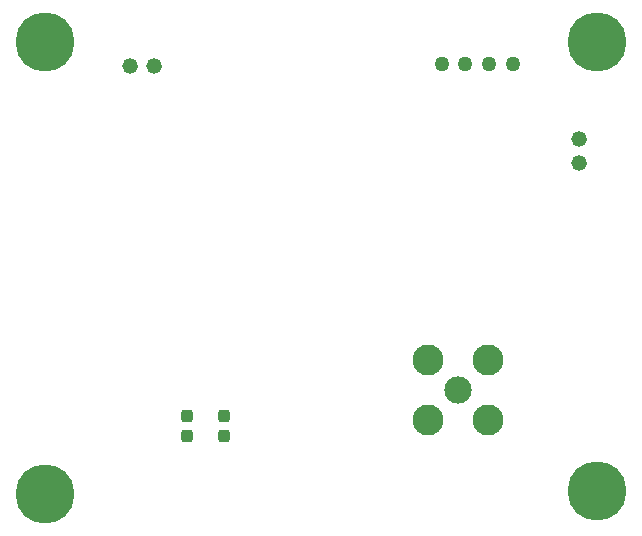
<source format=gbr>
G04 #@! TF.GenerationSoftware,KiCad,Pcbnew,9.0.0*
G04 #@! TF.CreationDate,2025-04-23T00:46:07-04:00*
G04 #@! TF.ProjectId,GPS,4750532e-6b69-4636-9164-5f7063625858,rev?*
G04 #@! TF.SameCoordinates,Original*
G04 #@! TF.FileFunction,Soldermask,Bot*
G04 #@! TF.FilePolarity,Negative*
%FSLAX46Y46*%
G04 Gerber Fmt 4.6, Leading zero omitted, Abs format (unit mm)*
G04 Created by KiCad (PCBNEW 9.0.0) date 2025-04-23 00:46:07*
%MOMM*%
%LPD*%
G01*
G04 APERTURE LIST*
G04 Aperture macros list*
%AMRoundRect*
0 Rectangle with rounded corners*
0 $1 Rounding radius*
0 $2 $3 $4 $5 $6 $7 $8 $9 X,Y pos of 4 corners*
0 Add a 4 corners polygon primitive as box body*
4,1,4,$2,$3,$4,$5,$6,$7,$8,$9,$2,$3,0*
0 Add four circle primitives for the rounded corners*
1,1,$1+$1,$2,$3*
1,1,$1+$1,$4,$5*
1,1,$1+$1,$6,$7*
1,1,$1+$1,$8,$9*
0 Add four rect primitives between the rounded corners*
20,1,$1+$1,$2,$3,$4,$5,0*
20,1,$1+$1,$4,$5,$6,$7,0*
20,1,$1+$1,$6,$7,$8,$9,0*
20,1,$1+$1,$8,$9,$2,$3,0*%
G04 Aperture macros list end*
%ADD10C,1.320800*%
%ADD11C,5.000000*%
%ADD12C,2.325000*%
%ADD13C,2.625000*%
%ADD14C,1.270000*%
%ADD15RoundRect,0.237500X0.237500X-0.300000X0.237500X0.300000X-0.237500X0.300000X-0.237500X-0.300000X0*%
G04 APERTURE END LIST*
D10*
X179232600Y-67750000D03*
X179232600Y-65749999D03*
X143250000Y-59517400D03*
X141249999Y-59517400D03*
D11*
X180750000Y-57500000D03*
X180750000Y-95500000D03*
D12*
X169000000Y-87000000D03*
D13*
X166460000Y-84460000D03*
X166460000Y-89540000D03*
X171540000Y-84460000D03*
X171540000Y-89540000D03*
D11*
X134000000Y-57500000D03*
X134000000Y-95750000D03*
D14*
X173600000Y-59400000D03*
X171600001Y-59400000D03*
X169600000Y-59400000D03*
X167600002Y-59400000D03*
D15*
X149200000Y-90862500D03*
X149200000Y-89137500D03*
X146000000Y-90862500D03*
X146000000Y-89137500D03*
M02*

</source>
